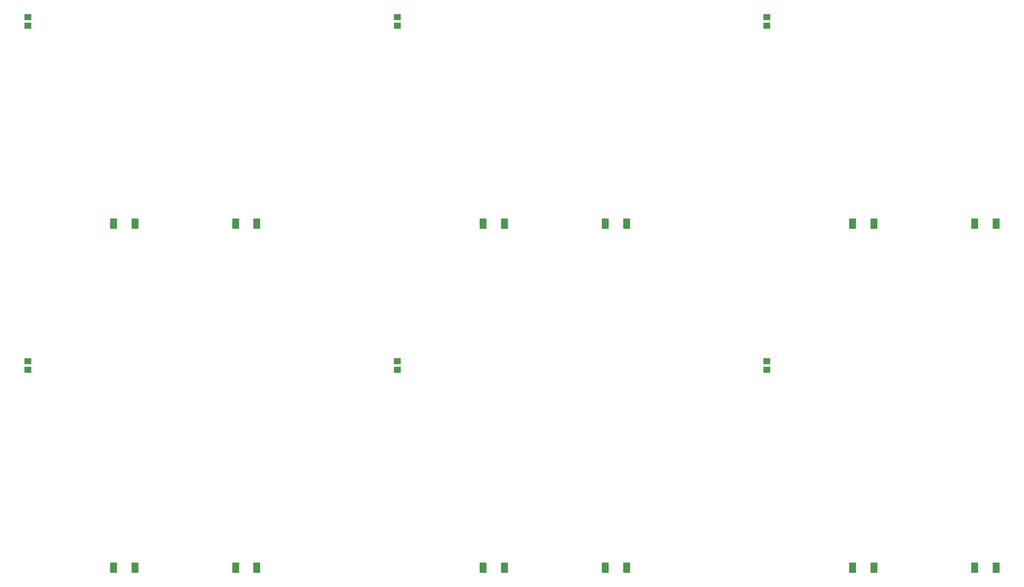
<source format=gbr>
%FSLAX23Y23*%
%MOIN*%
G04 EasyPC Gerber Version 14.0.2 Build 2922 *
%ADD108R,0.05778X0.07983*%
%ADD90R,0.05306X0.04518*%
X0Y0D02*
D02*
D90*
X519Y1841D03*
Y1908D03*
Y4518D03*
Y4585D03*
X3393Y1841D03*
Y1908D03*
Y4518D03*
Y4585D03*
X6267Y1841D03*
Y1908D03*
Y4518D03*
Y4585D03*
D02*
D108*
X1186Y300D03*
Y2977D03*
X1352Y300D03*
Y2977D03*
X2135Y299D03*
Y2976D03*
X2301Y299D03*
Y2976D03*
X4060Y300D03*
Y2977D03*
X4226Y300D03*
Y2977D03*
X5009Y299D03*
Y2976D03*
X5175Y299D03*
Y2976D03*
X6934Y300D03*
Y2977D03*
X7100Y300D03*
Y2977D03*
X7883Y299D03*
Y2976D03*
X8049Y299D03*
Y2976D03*
X0Y0D02*
M02*

</source>
